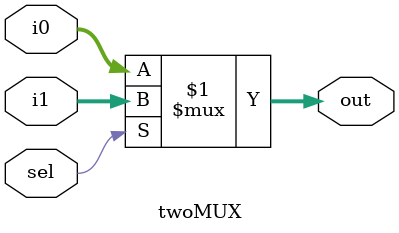
<source format=v>

`timescale 1ns / 1ps


module twoMUX # (parameter  N= 32)(
input [N-1:0] i0,
input [N-1:0] i1,
input sel,
output [N-1:0] out
);
    assign out = sel ? i1:i0 ;
endmodule

</source>
